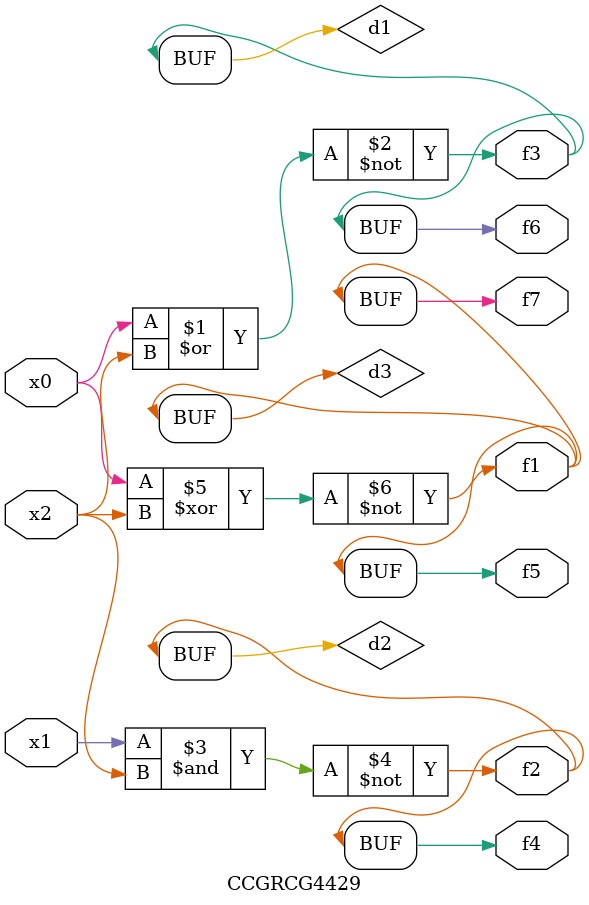
<source format=v>
module CCGRCG4429(
	input x0, x1, x2,
	output f1, f2, f3, f4, f5, f6, f7
);

	wire d1, d2, d3;

	nor (d1, x0, x2);
	nand (d2, x1, x2);
	xnor (d3, x0, x2);
	assign f1 = d3;
	assign f2 = d2;
	assign f3 = d1;
	assign f4 = d2;
	assign f5 = d3;
	assign f6 = d1;
	assign f7 = d3;
endmodule

</source>
